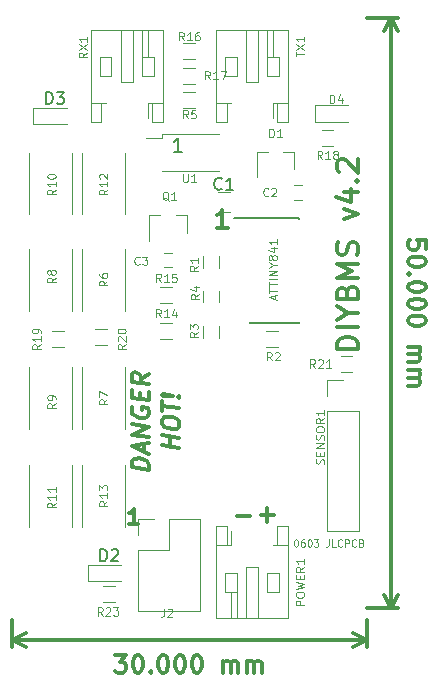
<source format=gbr>
G04 #@! TF.GenerationSoftware,KiCad,Pcbnew,5.1.5-52549c5~84~ubuntu18.04.1*
G04 #@! TF.CreationDate,2020-01-13T19:03:02+01:00*
G04 #@! TF.ProjectId,v4,76342e6b-6963-4616-945f-706362585858,rev?*
G04 #@! TF.SameCoordinates,Original*
G04 #@! TF.FileFunction,Legend,Top*
G04 #@! TF.FilePolarity,Positive*
%FSLAX46Y46*%
G04 Gerber Fmt 4.6, Leading zero omitted, Abs format (unit mm)*
G04 Created by KiCad (PCBNEW 5.1.5-52549c5~84~ubuntu18.04.1) date 2020-01-13 19:03:02*
%MOMM*%
%LPD*%
G04 APERTURE LIST*
%ADD10C,0.300000*%
%ADD11C,0.100000*%
%ADD12C,0.200000*%
%ADD13C,0.380000*%
%ADD14C,0.120000*%
%ADD15C,0.150000*%
G04 APERTURE END LIST*
D10*
X122946171Y-89094742D02*
X124089028Y-89094742D01*
X123517600Y-89666171D02*
X123517600Y-88523314D01*
D11*
X125924028Y-91159028D02*
X125981171Y-91159028D01*
X126038314Y-91187600D01*
X126066885Y-91216171D01*
X126095457Y-91273314D01*
X126124028Y-91387600D01*
X126124028Y-91530457D01*
X126095457Y-91644742D01*
X126066885Y-91701885D01*
X126038314Y-91730457D01*
X125981171Y-91759028D01*
X125924028Y-91759028D01*
X125866885Y-91730457D01*
X125838314Y-91701885D01*
X125809742Y-91644742D01*
X125781171Y-91530457D01*
X125781171Y-91387600D01*
X125809742Y-91273314D01*
X125838314Y-91216171D01*
X125866885Y-91187600D01*
X125924028Y-91159028D01*
X126638314Y-91159028D02*
X126524028Y-91159028D01*
X126466885Y-91187600D01*
X126438314Y-91216171D01*
X126381171Y-91301885D01*
X126352600Y-91416171D01*
X126352600Y-91644742D01*
X126381171Y-91701885D01*
X126409742Y-91730457D01*
X126466885Y-91759028D01*
X126581171Y-91759028D01*
X126638314Y-91730457D01*
X126666885Y-91701885D01*
X126695457Y-91644742D01*
X126695457Y-91501885D01*
X126666885Y-91444742D01*
X126638314Y-91416171D01*
X126581171Y-91387600D01*
X126466885Y-91387600D01*
X126409742Y-91416171D01*
X126381171Y-91444742D01*
X126352600Y-91501885D01*
X127066885Y-91159028D02*
X127124028Y-91159028D01*
X127181171Y-91187600D01*
X127209742Y-91216171D01*
X127238314Y-91273314D01*
X127266885Y-91387600D01*
X127266885Y-91530457D01*
X127238314Y-91644742D01*
X127209742Y-91701885D01*
X127181171Y-91730457D01*
X127124028Y-91759028D01*
X127066885Y-91759028D01*
X127009742Y-91730457D01*
X126981171Y-91701885D01*
X126952600Y-91644742D01*
X126924028Y-91530457D01*
X126924028Y-91387600D01*
X126952600Y-91273314D01*
X126981171Y-91216171D01*
X127009742Y-91187600D01*
X127066885Y-91159028D01*
X127466885Y-91159028D02*
X127838314Y-91159028D01*
X127638314Y-91387600D01*
X127724028Y-91387600D01*
X127781171Y-91416171D01*
X127809742Y-91444742D01*
X127838314Y-91501885D01*
X127838314Y-91644742D01*
X127809742Y-91701885D01*
X127781171Y-91730457D01*
X127724028Y-91759028D01*
X127552600Y-91759028D01*
X127495457Y-91730457D01*
X127466885Y-91701885D01*
X128724028Y-91159028D02*
X128724028Y-91587600D01*
X128695457Y-91673314D01*
X128638314Y-91730457D01*
X128552600Y-91759028D01*
X128495457Y-91759028D01*
X129295457Y-91759028D02*
X129009742Y-91759028D01*
X129009742Y-91159028D01*
X129838314Y-91701885D02*
X129809742Y-91730457D01*
X129724028Y-91759028D01*
X129666885Y-91759028D01*
X129581171Y-91730457D01*
X129524028Y-91673314D01*
X129495457Y-91616171D01*
X129466885Y-91501885D01*
X129466885Y-91416171D01*
X129495457Y-91301885D01*
X129524028Y-91244742D01*
X129581171Y-91187600D01*
X129666885Y-91159028D01*
X129724028Y-91159028D01*
X129809742Y-91187600D01*
X129838314Y-91216171D01*
X130095457Y-91759028D02*
X130095457Y-91159028D01*
X130324028Y-91159028D01*
X130381171Y-91187600D01*
X130409742Y-91216171D01*
X130438314Y-91273314D01*
X130438314Y-91359028D01*
X130409742Y-91416171D01*
X130381171Y-91444742D01*
X130324028Y-91473314D01*
X130095457Y-91473314D01*
X131038314Y-91701885D02*
X131009742Y-91730457D01*
X130924028Y-91759028D01*
X130866885Y-91759028D01*
X130781171Y-91730457D01*
X130724028Y-91673314D01*
X130695457Y-91616171D01*
X130666885Y-91501885D01*
X130666885Y-91416171D01*
X130695457Y-91301885D01*
X130724028Y-91244742D01*
X130781171Y-91187600D01*
X130866885Y-91159028D01*
X130924028Y-91159028D01*
X131009742Y-91187600D01*
X131038314Y-91216171D01*
X131495457Y-91444742D02*
X131581171Y-91473314D01*
X131609742Y-91501885D01*
X131638314Y-91559028D01*
X131638314Y-91644742D01*
X131609742Y-91701885D01*
X131581171Y-91730457D01*
X131524028Y-91759028D01*
X131295457Y-91759028D01*
X131295457Y-91159028D01*
X131495457Y-91159028D01*
X131552600Y-91187600D01*
X131581171Y-91216171D01*
X131609742Y-91273314D01*
X131609742Y-91330457D01*
X131581171Y-91387600D01*
X131552600Y-91416171D01*
X131495457Y-91444742D01*
X131295457Y-91444742D01*
D12*
X116260457Y-58330457D02*
X115574742Y-58330457D01*
X115917600Y-58330457D02*
X115917600Y-57130457D01*
X115803314Y-57301885D01*
X115689028Y-57416171D01*
X115574742Y-57473314D01*
D10*
X113521171Y-85243671D02*
X112021171Y-85056171D01*
X112021171Y-84699028D01*
X112092600Y-84493671D01*
X112235457Y-84368671D01*
X112378314Y-84315100D01*
X112664028Y-84279385D01*
X112878314Y-84306171D01*
X113164028Y-84413314D01*
X113306885Y-84502600D01*
X113449742Y-84663314D01*
X113521171Y-84886528D01*
X113521171Y-85243671D01*
X113092600Y-83761528D02*
X113092600Y-83047242D01*
X113521171Y-83957957D02*
X112021171Y-83270457D01*
X113521171Y-82957957D01*
X113521171Y-82457957D02*
X112021171Y-82270457D01*
X113521171Y-81600814D01*
X112021171Y-81413314D01*
X112092600Y-79922242D02*
X112021171Y-80056171D01*
X112021171Y-80270457D01*
X112092600Y-80493671D01*
X112235457Y-80654385D01*
X112378314Y-80743671D01*
X112664028Y-80850814D01*
X112878314Y-80877600D01*
X113164028Y-80841885D01*
X113306885Y-80788314D01*
X113449742Y-80663314D01*
X113521171Y-80457957D01*
X113521171Y-80315100D01*
X113449742Y-80091885D01*
X113378314Y-80011528D01*
X112878314Y-79949028D01*
X112878314Y-80234742D01*
X112735457Y-79288314D02*
X112735457Y-78788314D01*
X113521171Y-78672242D02*
X113521171Y-79386528D01*
X112021171Y-79199028D01*
X112021171Y-78484742D01*
X113521171Y-77172242D02*
X112806885Y-77582957D01*
X113521171Y-78029385D02*
X112021171Y-77841885D01*
X112021171Y-77270457D01*
X112092600Y-77136528D01*
X112164028Y-77074028D01*
X112306885Y-77020457D01*
X112521171Y-77047242D01*
X112664028Y-77136528D01*
X112735457Y-77216885D01*
X112806885Y-77368671D01*
X112806885Y-77940100D01*
X116071171Y-83386528D02*
X114571171Y-83199028D01*
X115285457Y-83288314D02*
X115285457Y-82431171D01*
X116071171Y-82529385D02*
X114571171Y-82341885D01*
X114571171Y-81341885D02*
X114571171Y-81056171D01*
X114642600Y-80922242D01*
X114785457Y-80797242D01*
X115071171Y-80761528D01*
X115571171Y-80824028D01*
X115856885Y-80931171D01*
X115999742Y-81091885D01*
X116071171Y-81243671D01*
X116071171Y-81529385D01*
X115999742Y-81663314D01*
X115856885Y-81788314D01*
X115571171Y-81824028D01*
X115071171Y-81761528D01*
X114785457Y-81654385D01*
X114642600Y-81493671D01*
X114571171Y-81341885D01*
X114571171Y-80270457D02*
X114571171Y-79413314D01*
X116071171Y-80029385D02*
X114571171Y-79841885D01*
X115928314Y-79082957D02*
X115999742Y-79020457D01*
X116071171Y-79100814D01*
X115999742Y-79163314D01*
X115928314Y-79082957D01*
X116071171Y-79100814D01*
X115499742Y-79029385D02*
X114642600Y-78993671D01*
X114571171Y-78913314D01*
X114642600Y-78850814D01*
X115499742Y-79029385D01*
X114571171Y-78913314D01*
X112589028Y-89875695D02*
X111846171Y-89875695D01*
X112217600Y-89875695D02*
X112217600Y-88575695D01*
X112093790Y-88761409D01*
X111969980Y-88885219D01*
X111846171Y-88947123D01*
D13*
X131231885Y-75006028D02*
X129431885Y-75006028D01*
X129431885Y-74577457D01*
X129517600Y-74320314D01*
X129689028Y-74148885D01*
X129860457Y-74063171D01*
X130203314Y-73977457D01*
X130460457Y-73977457D01*
X130803314Y-74063171D01*
X130974742Y-74148885D01*
X131146171Y-74320314D01*
X131231885Y-74577457D01*
X131231885Y-75006028D01*
X131231885Y-73206028D02*
X129431885Y-73206028D01*
X130374742Y-72006028D02*
X131231885Y-72006028D01*
X129431885Y-72606028D02*
X130374742Y-72006028D01*
X129431885Y-71406028D01*
X130289028Y-70206028D02*
X130374742Y-69948885D01*
X130460457Y-69863171D01*
X130631885Y-69777457D01*
X130889028Y-69777457D01*
X131060457Y-69863171D01*
X131146171Y-69948885D01*
X131231885Y-70120314D01*
X131231885Y-70806028D01*
X129431885Y-70806028D01*
X129431885Y-70206028D01*
X129517600Y-70034600D01*
X129603314Y-69948885D01*
X129774742Y-69863171D01*
X129946171Y-69863171D01*
X130117600Y-69948885D01*
X130203314Y-70034600D01*
X130289028Y-70206028D01*
X130289028Y-70806028D01*
X131231885Y-69006028D02*
X129431885Y-69006028D01*
X130717600Y-68406028D01*
X129431885Y-67806028D01*
X131231885Y-67806028D01*
X131146171Y-67034600D02*
X131231885Y-66777457D01*
X131231885Y-66348885D01*
X131146171Y-66177457D01*
X131060457Y-66091742D01*
X130889028Y-66006028D01*
X130717600Y-66006028D01*
X130546171Y-66091742D01*
X130460457Y-66177457D01*
X130374742Y-66348885D01*
X130289028Y-66691742D01*
X130203314Y-66863171D01*
X130117600Y-66948885D01*
X129946171Y-67034600D01*
X129774742Y-67034600D01*
X129603314Y-66948885D01*
X129517600Y-66863171D01*
X129431885Y-66691742D01*
X129431885Y-66263171D01*
X129517600Y-66006028D01*
X130031885Y-64034600D02*
X131231885Y-63606028D01*
X130031885Y-63177457D01*
X130031885Y-61720314D02*
X131231885Y-61720314D01*
X129346171Y-62148885D02*
X130631885Y-62577457D01*
X130631885Y-61463171D01*
X131060457Y-60777457D02*
X131146171Y-60691742D01*
X131231885Y-60777457D01*
X131146171Y-60863171D01*
X131060457Y-60777457D01*
X131231885Y-60777457D01*
X129603314Y-60006028D02*
X129517600Y-59920314D01*
X129431885Y-59748885D01*
X129431885Y-59320314D01*
X129517600Y-59148885D01*
X129603314Y-59063171D01*
X129774742Y-58977457D01*
X129946171Y-58977457D01*
X130203314Y-59063171D01*
X131231885Y-60091742D01*
X131231885Y-58977457D01*
D10*
X120146171Y-64766171D02*
X119289028Y-64766171D01*
X119717600Y-64766171D02*
X119717600Y-63266171D01*
X119574742Y-63480457D01*
X119431885Y-63623314D01*
X119289028Y-63694742D01*
X122089028Y-89180457D02*
X120946171Y-89180457D01*
X110631885Y-100942571D02*
X111560457Y-100942571D01*
X111060457Y-101514000D01*
X111274742Y-101514000D01*
X111417600Y-101585428D01*
X111489028Y-101656857D01*
X111560457Y-101799714D01*
X111560457Y-102156857D01*
X111489028Y-102299714D01*
X111417600Y-102371142D01*
X111274742Y-102442571D01*
X110846171Y-102442571D01*
X110703314Y-102371142D01*
X110631885Y-102299714D01*
X112489028Y-100942571D02*
X112631885Y-100942571D01*
X112774742Y-101014000D01*
X112846171Y-101085428D01*
X112917600Y-101228285D01*
X112989028Y-101514000D01*
X112989028Y-101871142D01*
X112917600Y-102156857D01*
X112846171Y-102299714D01*
X112774742Y-102371142D01*
X112631885Y-102442571D01*
X112489028Y-102442571D01*
X112346171Y-102371142D01*
X112274742Y-102299714D01*
X112203314Y-102156857D01*
X112131885Y-101871142D01*
X112131885Y-101514000D01*
X112203314Y-101228285D01*
X112274742Y-101085428D01*
X112346171Y-101014000D01*
X112489028Y-100942571D01*
X113631885Y-102299714D02*
X113703314Y-102371142D01*
X113631885Y-102442571D01*
X113560457Y-102371142D01*
X113631885Y-102299714D01*
X113631885Y-102442571D01*
X114631885Y-100942571D02*
X114774742Y-100942571D01*
X114917600Y-101014000D01*
X114989028Y-101085428D01*
X115060457Y-101228285D01*
X115131885Y-101514000D01*
X115131885Y-101871142D01*
X115060457Y-102156857D01*
X114989028Y-102299714D01*
X114917600Y-102371142D01*
X114774742Y-102442571D01*
X114631885Y-102442571D01*
X114489028Y-102371142D01*
X114417600Y-102299714D01*
X114346171Y-102156857D01*
X114274742Y-101871142D01*
X114274742Y-101514000D01*
X114346171Y-101228285D01*
X114417600Y-101085428D01*
X114489028Y-101014000D01*
X114631885Y-100942571D01*
X116060457Y-100942571D02*
X116203314Y-100942571D01*
X116346171Y-101014000D01*
X116417600Y-101085428D01*
X116489028Y-101228285D01*
X116560457Y-101514000D01*
X116560457Y-101871142D01*
X116489028Y-102156857D01*
X116417600Y-102299714D01*
X116346171Y-102371142D01*
X116203314Y-102442571D01*
X116060457Y-102442571D01*
X115917600Y-102371142D01*
X115846171Y-102299714D01*
X115774742Y-102156857D01*
X115703314Y-101871142D01*
X115703314Y-101514000D01*
X115774742Y-101228285D01*
X115846171Y-101085428D01*
X115917600Y-101014000D01*
X116060457Y-100942571D01*
X117489028Y-100942571D02*
X117631885Y-100942571D01*
X117774742Y-101014000D01*
X117846171Y-101085428D01*
X117917600Y-101228285D01*
X117989028Y-101514000D01*
X117989028Y-101871142D01*
X117917600Y-102156857D01*
X117846171Y-102299714D01*
X117774742Y-102371142D01*
X117631885Y-102442571D01*
X117489028Y-102442571D01*
X117346171Y-102371142D01*
X117274742Y-102299714D01*
X117203314Y-102156857D01*
X117131885Y-101871142D01*
X117131885Y-101514000D01*
X117203314Y-101228285D01*
X117274742Y-101085428D01*
X117346171Y-101014000D01*
X117489028Y-100942571D01*
X119774742Y-102442571D02*
X119774742Y-101442571D01*
X119774742Y-101585428D02*
X119846171Y-101514000D01*
X119989028Y-101442571D01*
X120203314Y-101442571D01*
X120346171Y-101514000D01*
X120417600Y-101656857D01*
X120417600Y-102442571D01*
X120417600Y-101656857D02*
X120489028Y-101514000D01*
X120631885Y-101442571D01*
X120846171Y-101442571D01*
X120989028Y-101514000D01*
X121060457Y-101656857D01*
X121060457Y-102442571D01*
X121774742Y-102442571D02*
X121774742Y-101442571D01*
X121774742Y-101585428D02*
X121846171Y-101514000D01*
X121989028Y-101442571D01*
X122203314Y-101442571D01*
X122346171Y-101514000D01*
X122417600Y-101656857D01*
X122417600Y-102442571D01*
X122417600Y-101656857D02*
X122489028Y-101514000D01*
X122631885Y-101442571D01*
X122846171Y-101442571D01*
X122989028Y-101514000D01*
X123060457Y-101656857D01*
X123060457Y-102442571D01*
X101917600Y-99664000D02*
X131917600Y-99664000D01*
X101917600Y-97987600D02*
X101917600Y-100250421D01*
X131917600Y-97987600D02*
X131917600Y-100250421D01*
X131917600Y-99664000D02*
X130791096Y-100250421D01*
X131917600Y-99664000D02*
X130791096Y-99077579D01*
X101917600Y-99664000D02*
X103044104Y-100250421D01*
X101917600Y-99664000D02*
X103044104Y-99077579D01*
X136939028Y-66559028D02*
X136939028Y-65844742D01*
X136224742Y-65773314D01*
X136296171Y-65844742D01*
X136367600Y-65987600D01*
X136367600Y-66344742D01*
X136296171Y-66487600D01*
X136224742Y-66559028D01*
X136081885Y-66630457D01*
X135724742Y-66630457D01*
X135581885Y-66559028D01*
X135510457Y-66487600D01*
X135439028Y-66344742D01*
X135439028Y-65987600D01*
X135510457Y-65844742D01*
X135581885Y-65773314D01*
X136939028Y-67559028D02*
X136939028Y-67701885D01*
X136867600Y-67844742D01*
X136796171Y-67916171D01*
X136653314Y-67987600D01*
X136367600Y-68059028D01*
X136010457Y-68059028D01*
X135724742Y-67987600D01*
X135581885Y-67916171D01*
X135510457Y-67844742D01*
X135439028Y-67701885D01*
X135439028Y-67559028D01*
X135510457Y-67416171D01*
X135581885Y-67344742D01*
X135724742Y-67273314D01*
X136010457Y-67201885D01*
X136367600Y-67201885D01*
X136653314Y-67273314D01*
X136796171Y-67344742D01*
X136867600Y-67416171D01*
X136939028Y-67559028D01*
X135581885Y-68701885D02*
X135510457Y-68773314D01*
X135439028Y-68701885D01*
X135510457Y-68630457D01*
X135581885Y-68701885D01*
X135439028Y-68701885D01*
X136939028Y-69701885D02*
X136939028Y-69844742D01*
X136867600Y-69987600D01*
X136796171Y-70059028D01*
X136653314Y-70130457D01*
X136367600Y-70201885D01*
X136010457Y-70201885D01*
X135724742Y-70130457D01*
X135581885Y-70059028D01*
X135510457Y-69987600D01*
X135439028Y-69844742D01*
X135439028Y-69701885D01*
X135510457Y-69559028D01*
X135581885Y-69487600D01*
X135724742Y-69416171D01*
X136010457Y-69344742D01*
X136367600Y-69344742D01*
X136653314Y-69416171D01*
X136796171Y-69487600D01*
X136867600Y-69559028D01*
X136939028Y-69701885D01*
X136939028Y-71130457D02*
X136939028Y-71273314D01*
X136867600Y-71416171D01*
X136796171Y-71487600D01*
X136653314Y-71559028D01*
X136367600Y-71630457D01*
X136010457Y-71630457D01*
X135724742Y-71559028D01*
X135581885Y-71487600D01*
X135510457Y-71416171D01*
X135439028Y-71273314D01*
X135439028Y-71130457D01*
X135510457Y-70987600D01*
X135581885Y-70916171D01*
X135724742Y-70844742D01*
X136010457Y-70773314D01*
X136367600Y-70773314D01*
X136653314Y-70844742D01*
X136796171Y-70916171D01*
X136867600Y-70987600D01*
X136939028Y-71130457D01*
X136939028Y-72559028D02*
X136939028Y-72701885D01*
X136867600Y-72844742D01*
X136796171Y-72916171D01*
X136653314Y-72987600D01*
X136367600Y-73059028D01*
X136010457Y-73059028D01*
X135724742Y-72987600D01*
X135581885Y-72916171D01*
X135510457Y-72844742D01*
X135439028Y-72701885D01*
X135439028Y-72559028D01*
X135510457Y-72416171D01*
X135581885Y-72344742D01*
X135724742Y-72273314D01*
X136010457Y-72201885D01*
X136367600Y-72201885D01*
X136653314Y-72273314D01*
X136796171Y-72344742D01*
X136867600Y-72416171D01*
X136939028Y-72559028D01*
X135439028Y-74844742D02*
X136439028Y-74844742D01*
X136296171Y-74844742D02*
X136367600Y-74916171D01*
X136439028Y-75059028D01*
X136439028Y-75273314D01*
X136367600Y-75416171D01*
X136224742Y-75487600D01*
X135439028Y-75487600D01*
X136224742Y-75487600D02*
X136367600Y-75559028D01*
X136439028Y-75701885D01*
X136439028Y-75916171D01*
X136367600Y-76059028D01*
X136224742Y-76130457D01*
X135439028Y-76130457D01*
X135439028Y-76844742D02*
X136439028Y-76844742D01*
X136296171Y-76844742D02*
X136367600Y-76916171D01*
X136439028Y-77059028D01*
X136439028Y-77273314D01*
X136367600Y-77416171D01*
X136224742Y-77487600D01*
X135439028Y-77487600D01*
X136224742Y-77487600D02*
X136367600Y-77559028D01*
X136439028Y-77701885D01*
X136439028Y-77916171D01*
X136367600Y-78059028D01*
X136224742Y-78130457D01*
X135439028Y-78130457D01*
X134017600Y-46987600D02*
X134017600Y-96987600D01*
X131917600Y-46987600D02*
X134604021Y-46987600D01*
X131917600Y-96987600D02*
X134604021Y-96987600D01*
X134017600Y-96987600D02*
X133431179Y-95861096D01*
X134017600Y-96987600D02*
X134604021Y-95861096D01*
X134017600Y-46987600D02*
X133431179Y-48114104D01*
X134017600Y-46987600D02*
X134604021Y-48114104D01*
D14*
X108317600Y-93287600D02*
X108317600Y-94687600D01*
X108317600Y-94687600D02*
X111117600Y-94687600D01*
X108317600Y-93287600D02*
X111117600Y-93287600D01*
X120317600Y-61737600D02*
X119317600Y-61737600D01*
X119317600Y-63437600D02*
X120317600Y-63437600D01*
X103717600Y-54587600D02*
X103717600Y-55987600D01*
X103717600Y-55987600D02*
X106517600Y-55987600D01*
X103717600Y-54587600D02*
X106517600Y-54587600D01*
X114617600Y-56797600D02*
X114617600Y-57197600D01*
X114617600Y-57197600D02*
X113217600Y-57197600D01*
X114617600Y-56797600D02*
X119417600Y-56797600D01*
X114617600Y-59997600D02*
X119417600Y-59997600D01*
X127517600Y-54387600D02*
X127517600Y-55787600D01*
X127517600Y-55787600D02*
X130317600Y-55787600D01*
X127517600Y-54387600D02*
X130317600Y-54387600D01*
X122717600Y-48037600D02*
X122717600Y-52387600D01*
X122717600Y-52387600D02*
X121717600Y-52387600D01*
X121717600Y-52387600D02*
X121717600Y-48037600D01*
X124017600Y-54237600D02*
X124367600Y-54237600D01*
X124367600Y-54237600D02*
X124367600Y-55837600D01*
X124367600Y-55837600D02*
X125267600Y-55837600D01*
X125267600Y-55837600D02*
X125267600Y-48037600D01*
X125267600Y-48037600D02*
X119167600Y-48037600D01*
X119167600Y-48037600D02*
X119167600Y-55837600D01*
X119167600Y-55837600D02*
X120067600Y-55837600D01*
X120067600Y-55837600D02*
X120067600Y-54237600D01*
X120067600Y-54237600D02*
X120417600Y-54237600D01*
X125267600Y-54237600D02*
X124367600Y-54237600D01*
X119167600Y-54237600D02*
X120067600Y-54237600D01*
X124517600Y-51887600D02*
X124517600Y-50287600D01*
X124517600Y-50287600D02*
X123517600Y-50287600D01*
X123517600Y-50287600D02*
X123517600Y-51887600D01*
X123517600Y-51887600D02*
X124517600Y-51887600D01*
X119917600Y-51887600D02*
X119917600Y-50287600D01*
X119917600Y-50287600D02*
X120917600Y-50287600D01*
X120917600Y-50287600D02*
X120917600Y-51887600D01*
X120917600Y-51887600D02*
X119917600Y-51887600D01*
X123517600Y-50287600D02*
X123517600Y-48037600D01*
X124017600Y-50287600D02*
X124017600Y-48037600D01*
X124017600Y-54237600D02*
X124017600Y-55437600D01*
X109617600Y-95107600D02*
X110617600Y-95107600D01*
X110617600Y-96467600D02*
X109617600Y-96467600D01*
X129717600Y-75607600D02*
X130717600Y-75607600D01*
X130717600Y-76967600D02*
X129717600Y-76967600D01*
X109917600Y-74667600D02*
X108917600Y-74667600D01*
X108917600Y-73307600D02*
X109917600Y-73307600D01*
X106317600Y-74867600D02*
X105317600Y-74867600D01*
X105317600Y-73507600D02*
X106317600Y-73507600D01*
X128117600Y-56507600D02*
X129117600Y-56507600D01*
X129117600Y-57867600D02*
X128117600Y-57867600D01*
X117417600Y-52567600D02*
X116417600Y-52567600D01*
X116417600Y-51207600D02*
X117417600Y-51207600D01*
X117417600Y-50467600D02*
X116417600Y-50467600D01*
X116417600Y-49107600D02*
X117417600Y-49107600D01*
X115467600Y-71167600D02*
X114467600Y-71167600D01*
X114467600Y-69807600D02*
X115467600Y-69807600D01*
X115467600Y-74167600D02*
X114467600Y-74167600D01*
X114467600Y-72807600D02*
X115467600Y-72807600D01*
X117417600Y-54667600D02*
X116417600Y-54667600D01*
X116417600Y-53307600D02*
X117417600Y-53307600D01*
X118037600Y-71087600D02*
X118037600Y-70087600D01*
X119397600Y-70087600D02*
X119397600Y-71087600D01*
X119397600Y-73087600D02*
X119397600Y-74087600D01*
X118037600Y-74087600D02*
X118037600Y-73087600D01*
X124417600Y-74867600D02*
X123417600Y-74867600D01*
X123417600Y-73507600D02*
X124417600Y-73507600D01*
X118037600Y-68187600D02*
X118037600Y-67187600D01*
X119397600Y-67187600D02*
X119397600Y-68187600D01*
X115467600Y-68087600D02*
X114767600Y-68087600D01*
X114767600Y-66887600D02*
X115467600Y-66887600D01*
X126467600Y-62387600D02*
X125767600Y-62387600D01*
X125767600Y-61187600D02*
X126467600Y-61187600D01*
X128587600Y-90477600D02*
X131247600Y-90477600D01*
X128587600Y-80257600D02*
X128587600Y-90477600D01*
X131247600Y-80257600D02*
X131247600Y-90477600D01*
X128587600Y-80257600D02*
X131247600Y-80257600D01*
X128587600Y-78987600D02*
X128587600Y-77657600D01*
X128587600Y-77657600D02*
X129917600Y-77657600D01*
X112587600Y-97197600D02*
X117787600Y-97197600D01*
X112587600Y-92057600D02*
X112587600Y-97197600D01*
X117787600Y-89457600D02*
X117787600Y-97197600D01*
X112587600Y-92057600D02*
X115187600Y-92057600D01*
X115187600Y-92057600D02*
X115187600Y-89457600D01*
X115187600Y-89457600D02*
X117787600Y-89457600D01*
X112587600Y-90787600D02*
X112587600Y-89457600D01*
X112587600Y-89457600D02*
X113917600Y-89457600D01*
X121717600Y-97837600D02*
X121717600Y-93487600D01*
X121717600Y-93487600D02*
X122717600Y-93487600D01*
X122717600Y-93487600D02*
X122717600Y-97837600D01*
X120417600Y-91637600D02*
X120067600Y-91637600D01*
X120067600Y-91637600D02*
X120067600Y-90037600D01*
X120067600Y-90037600D02*
X119167600Y-90037600D01*
X119167600Y-90037600D02*
X119167600Y-97837600D01*
X119167600Y-97837600D02*
X125267600Y-97837600D01*
X125267600Y-97837600D02*
X125267600Y-90037600D01*
X125267600Y-90037600D02*
X124367600Y-90037600D01*
X124367600Y-90037600D02*
X124367600Y-91637600D01*
X124367600Y-91637600D02*
X124017600Y-91637600D01*
X119167600Y-91637600D02*
X120067600Y-91637600D01*
X125267600Y-91637600D02*
X124367600Y-91637600D01*
X119917600Y-93987600D02*
X119917600Y-95587600D01*
X119917600Y-95587600D02*
X120917600Y-95587600D01*
X120917600Y-95587600D02*
X120917600Y-93987600D01*
X120917600Y-93987600D02*
X119917600Y-93987600D01*
X124517600Y-93987600D02*
X124517600Y-95587600D01*
X124517600Y-95587600D02*
X123517600Y-95587600D01*
X123517600Y-95587600D02*
X123517600Y-93987600D01*
X123517600Y-93987600D02*
X124517600Y-93987600D01*
X120917600Y-95587600D02*
X120917600Y-97837600D01*
X120417600Y-95587600D02*
X120417600Y-97837600D01*
X120417600Y-91637600D02*
X120417600Y-90437600D01*
D15*
X122042600Y-63937600D02*
X122042600Y-63962600D01*
X126192600Y-63937600D02*
X126192600Y-64052600D01*
X126192600Y-72837600D02*
X126192600Y-72722600D01*
X122042600Y-72837600D02*
X122042600Y-72722600D01*
X122042600Y-63937600D02*
X126192600Y-63937600D01*
X122042600Y-72837600D02*
X126192600Y-72837600D01*
X122042600Y-63962600D02*
X120667600Y-63962600D01*
D14*
X112117600Y-48037600D02*
X112117600Y-52387600D01*
X112117600Y-52387600D02*
X111117600Y-52387600D01*
X111117600Y-52387600D02*
X111117600Y-48037600D01*
X113417600Y-54237600D02*
X113767600Y-54237600D01*
X113767600Y-54237600D02*
X113767600Y-55837600D01*
X113767600Y-55837600D02*
X114667600Y-55837600D01*
X114667600Y-55837600D02*
X114667600Y-48037600D01*
X114667600Y-48037600D02*
X108567600Y-48037600D01*
X108567600Y-48037600D02*
X108567600Y-55837600D01*
X108567600Y-55837600D02*
X109467600Y-55837600D01*
X109467600Y-55837600D02*
X109467600Y-54237600D01*
X109467600Y-54237600D02*
X109817600Y-54237600D01*
X114667600Y-54237600D02*
X113767600Y-54237600D01*
X108567600Y-54237600D02*
X109467600Y-54237600D01*
X113917600Y-51887600D02*
X113917600Y-50287600D01*
X113917600Y-50287600D02*
X112917600Y-50287600D01*
X112917600Y-50287600D02*
X112917600Y-51887600D01*
X112917600Y-51887600D02*
X113917600Y-51887600D01*
X109317600Y-51887600D02*
X109317600Y-50287600D01*
X109317600Y-50287600D02*
X110317600Y-50287600D01*
X110317600Y-50287600D02*
X110317600Y-51887600D01*
X110317600Y-51887600D02*
X109317600Y-51887600D01*
X112917600Y-50287600D02*
X112917600Y-48037600D01*
X113417600Y-50287600D02*
X113417600Y-48037600D01*
X113417600Y-54237600D02*
X113417600Y-55437600D01*
X125797600Y-58327600D02*
X124867600Y-58327600D01*
X122637600Y-58327600D02*
X123567600Y-58327600D01*
X122637600Y-58327600D02*
X122637600Y-60487600D01*
X125797600Y-58327600D02*
X125797600Y-59787600D01*
X116697600Y-63727600D02*
X115767600Y-63727600D01*
X113537600Y-63727600D02*
X114467600Y-63727600D01*
X113537600Y-63727600D02*
X113537600Y-65887600D01*
X116697600Y-63727600D02*
X116697600Y-65187600D01*
X111437600Y-66587600D02*
X111437600Y-71787600D01*
X107797600Y-71787600D02*
X107797600Y-66587600D01*
X107797600Y-81787600D02*
X107797600Y-76587600D01*
X111437600Y-76587600D02*
X111437600Y-81787600D01*
X106937600Y-66587600D02*
X106937600Y-71787600D01*
X103297600Y-71787600D02*
X103297600Y-66587600D01*
X103297600Y-81787600D02*
X103297600Y-76587600D01*
X106937600Y-76587600D02*
X106937600Y-81787600D01*
X106937600Y-58399200D02*
X106937600Y-63599200D01*
X103297600Y-63599200D02*
X103297600Y-58399200D01*
X103297600Y-90087600D02*
X103297600Y-84887600D01*
X106937600Y-84887600D02*
X106937600Y-90087600D01*
X107797600Y-63599200D02*
X107797600Y-58399200D01*
X111437600Y-58399200D02*
X111437600Y-63599200D01*
X111437600Y-84887600D02*
X111437600Y-90087600D01*
X107797600Y-90087600D02*
X107797600Y-84887600D01*
D15*
X109379504Y-92989980D02*
X109379504Y-91989980D01*
X109617600Y-91989980D01*
X109760457Y-92037600D01*
X109855695Y-92132838D01*
X109903314Y-92228076D01*
X109950933Y-92418552D01*
X109950933Y-92561409D01*
X109903314Y-92751885D01*
X109855695Y-92847123D01*
X109760457Y-92942361D01*
X109617600Y-92989980D01*
X109379504Y-92989980D01*
X110331885Y-92085219D02*
X110379504Y-92037600D01*
X110474742Y-91989980D01*
X110712838Y-91989980D01*
X110808076Y-92037600D01*
X110855695Y-92085219D01*
X110903314Y-92180457D01*
X110903314Y-92275695D01*
X110855695Y-92418552D01*
X110284266Y-92989980D01*
X110903314Y-92989980D01*
X119650933Y-61444742D02*
X119603314Y-61492361D01*
X119460457Y-61539980D01*
X119365219Y-61539980D01*
X119222361Y-61492361D01*
X119127123Y-61397123D01*
X119079504Y-61301885D01*
X119031885Y-61111409D01*
X119031885Y-60968552D01*
X119079504Y-60778076D01*
X119127123Y-60682838D01*
X119222361Y-60587600D01*
X119365219Y-60539980D01*
X119460457Y-60539980D01*
X119603314Y-60587600D01*
X119650933Y-60635219D01*
X120603314Y-61539980D02*
X120031885Y-61539980D01*
X120317600Y-61539980D02*
X120317600Y-60539980D01*
X120222361Y-60682838D01*
X120127123Y-60778076D01*
X120031885Y-60825695D01*
X104779504Y-54289980D02*
X104779504Y-53289980D01*
X105017600Y-53289980D01*
X105160457Y-53337600D01*
X105255695Y-53432838D01*
X105303314Y-53528076D01*
X105350933Y-53718552D01*
X105350933Y-53861409D01*
X105303314Y-54051885D01*
X105255695Y-54147123D01*
X105160457Y-54242361D01*
X105017600Y-54289980D01*
X104779504Y-54289980D01*
X105684266Y-53289980D02*
X106303314Y-53289980D01*
X105969980Y-53670933D01*
X106112838Y-53670933D01*
X106208076Y-53718552D01*
X106255695Y-53766171D01*
X106303314Y-53861409D01*
X106303314Y-54099504D01*
X106255695Y-54194742D01*
X106208076Y-54242361D01*
X106112838Y-54289980D01*
X105827123Y-54289980D01*
X105731885Y-54242361D01*
X105684266Y-54194742D01*
D11*
X116384266Y-60204266D02*
X116384266Y-60770933D01*
X116417600Y-60837600D01*
X116450933Y-60870933D01*
X116517600Y-60904266D01*
X116650933Y-60904266D01*
X116717600Y-60870933D01*
X116750933Y-60837600D01*
X116784266Y-60770933D01*
X116784266Y-60204266D01*
X117484266Y-60904266D02*
X117084266Y-60904266D01*
X117284266Y-60904266D02*
X117284266Y-60204266D01*
X117217600Y-60304266D01*
X117150933Y-60370933D01*
X117084266Y-60404266D01*
X128800933Y-54204266D02*
X128800933Y-53504266D01*
X128967600Y-53504266D01*
X129067600Y-53537600D01*
X129134266Y-53604266D01*
X129167600Y-53670933D01*
X129200933Y-53804266D01*
X129200933Y-53904266D01*
X129167600Y-54037600D01*
X129134266Y-54104266D01*
X129067600Y-54170933D01*
X128967600Y-54204266D01*
X128800933Y-54204266D01*
X129800933Y-53737600D02*
X129800933Y-54204266D01*
X129634266Y-53470933D02*
X129467600Y-53970933D01*
X129900933Y-53970933D01*
X125934266Y-50254266D02*
X125934266Y-49854266D01*
X126634266Y-50054266D02*
X125934266Y-50054266D01*
X125934266Y-49687600D02*
X126634266Y-49220933D01*
X125934266Y-49220933D02*
X126634266Y-49687600D01*
X126634266Y-48587600D02*
X126634266Y-48987600D01*
X126634266Y-48787600D02*
X125934266Y-48787600D01*
X126034266Y-48854266D01*
X126100933Y-48920933D01*
X126134266Y-48987600D01*
X109567600Y-97604266D02*
X109334266Y-97270933D01*
X109167600Y-97604266D02*
X109167600Y-96904266D01*
X109434266Y-96904266D01*
X109500933Y-96937600D01*
X109534266Y-96970933D01*
X109567600Y-97037600D01*
X109567600Y-97137600D01*
X109534266Y-97204266D01*
X109500933Y-97237600D01*
X109434266Y-97270933D01*
X109167600Y-97270933D01*
X109834266Y-96970933D02*
X109867600Y-96937600D01*
X109934266Y-96904266D01*
X110100933Y-96904266D01*
X110167600Y-96937600D01*
X110200933Y-96970933D01*
X110234266Y-97037600D01*
X110234266Y-97104266D01*
X110200933Y-97204266D01*
X109800933Y-97604266D01*
X110234266Y-97604266D01*
X110467600Y-96904266D02*
X110900933Y-96904266D01*
X110667600Y-97170933D01*
X110767600Y-97170933D01*
X110834266Y-97204266D01*
X110867600Y-97237600D01*
X110900933Y-97304266D01*
X110900933Y-97470933D01*
X110867600Y-97537600D01*
X110834266Y-97570933D01*
X110767600Y-97604266D01*
X110567600Y-97604266D01*
X110500933Y-97570933D01*
X110467600Y-97537600D01*
X127567600Y-76604266D02*
X127334266Y-76270933D01*
X127167600Y-76604266D02*
X127167600Y-75904266D01*
X127434266Y-75904266D01*
X127500933Y-75937600D01*
X127534266Y-75970933D01*
X127567600Y-76037600D01*
X127567600Y-76137600D01*
X127534266Y-76204266D01*
X127500933Y-76237600D01*
X127434266Y-76270933D01*
X127167600Y-76270933D01*
X127834266Y-75970933D02*
X127867600Y-75937600D01*
X127934266Y-75904266D01*
X128100933Y-75904266D01*
X128167600Y-75937600D01*
X128200933Y-75970933D01*
X128234266Y-76037600D01*
X128234266Y-76104266D01*
X128200933Y-76204266D01*
X127800933Y-76604266D01*
X128234266Y-76604266D01*
X128900933Y-76604266D02*
X128500933Y-76604266D01*
X128700933Y-76604266D02*
X128700933Y-75904266D01*
X128634266Y-76004266D01*
X128567600Y-76070933D01*
X128500933Y-76104266D01*
X111534266Y-74637600D02*
X111200933Y-74870933D01*
X111534266Y-75037600D02*
X110834266Y-75037600D01*
X110834266Y-74770933D01*
X110867600Y-74704266D01*
X110900933Y-74670933D01*
X110967600Y-74637600D01*
X111067600Y-74637600D01*
X111134266Y-74670933D01*
X111167600Y-74704266D01*
X111200933Y-74770933D01*
X111200933Y-75037600D01*
X110900933Y-74370933D02*
X110867600Y-74337600D01*
X110834266Y-74270933D01*
X110834266Y-74104266D01*
X110867600Y-74037600D01*
X110900933Y-74004266D01*
X110967600Y-73970933D01*
X111034266Y-73970933D01*
X111134266Y-74004266D01*
X111534266Y-74404266D01*
X111534266Y-73970933D01*
X110834266Y-73537600D02*
X110834266Y-73470933D01*
X110867600Y-73404266D01*
X110900933Y-73370933D01*
X110967600Y-73337600D01*
X111100933Y-73304266D01*
X111267600Y-73304266D01*
X111400933Y-73337600D01*
X111467600Y-73370933D01*
X111500933Y-73404266D01*
X111534266Y-73470933D01*
X111534266Y-73537600D01*
X111500933Y-73604266D01*
X111467600Y-73637600D01*
X111400933Y-73670933D01*
X111267600Y-73704266D01*
X111100933Y-73704266D01*
X110967600Y-73670933D01*
X110900933Y-73637600D01*
X110867600Y-73604266D01*
X110834266Y-73537600D01*
X104334266Y-74637600D02*
X104000933Y-74870933D01*
X104334266Y-75037600D02*
X103634266Y-75037600D01*
X103634266Y-74770933D01*
X103667600Y-74704266D01*
X103700933Y-74670933D01*
X103767600Y-74637600D01*
X103867600Y-74637600D01*
X103934266Y-74670933D01*
X103967600Y-74704266D01*
X104000933Y-74770933D01*
X104000933Y-75037600D01*
X104334266Y-73970933D02*
X104334266Y-74370933D01*
X104334266Y-74170933D02*
X103634266Y-74170933D01*
X103734266Y-74237600D01*
X103800933Y-74304266D01*
X103834266Y-74370933D01*
X104334266Y-73637600D02*
X104334266Y-73504266D01*
X104300933Y-73437600D01*
X104267600Y-73404266D01*
X104167600Y-73337600D01*
X104034266Y-73304266D01*
X103767600Y-73304266D01*
X103700933Y-73337600D01*
X103667600Y-73370933D01*
X103634266Y-73437600D01*
X103634266Y-73570933D01*
X103667600Y-73637600D01*
X103700933Y-73670933D01*
X103767600Y-73704266D01*
X103934266Y-73704266D01*
X104000933Y-73670933D01*
X104034266Y-73637600D01*
X104067600Y-73570933D01*
X104067600Y-73437600D01*
X104034266Y-73370933D01*
X104000933Y-73337600D01*
X103934266Y-73304266D01*
X128167600Y-58954266D02*
X127934266Y-58620933D01*
X127767600Y-58954266D02*
X127767600Y-58254266D01*
X128034266Y-58254266D01*
X128100933Y-58287600D01*
X128134266Y-58320933D01*
X128167600Y-58387600D01*
X128167600Y-58487600D01*
X128134266Y-58554266D01*
X128100933Y-58587600D01*
X128034266Y-58620933D01*
X127767600Y-58620933D01*
X128834266Y-58954266D02*
X128434266Y-58954266D01*
X128634266Y-58954266D02*
X128634266Y-58254266D01*
X128567600Y-58354266D01*
X128500933Y-58420933D01*
X128434266Y-58454266D01*
X129234266Y-58554266D02*
X129167600Y-58520933D01*
X129134266Y-58487600D01*
X129100933Y-58420933D01*
X129100933Y-58387600D01*
X129134266Y-58320933D01*
X129167600Y-58287600D01*
X129234266Y-58254266D01*
X129367600Y-58254266D01*
X129434266Y-58287600D01*
X129467600Y-58320933D01*
X129500933Y-58387600D01*
X129500933Y-58420933D01*
X129467600Y-58487600D01*
X129434266Y-58520933D01*
X129367600Y-58554266D01*
X129234266Y-58554266D01*
X129167600Y-58587600D01*
X129134266Y-58620933D01*
X129100933Y-58687600D01*
X129100933Y-58820933D01*
X129134266Y-58887600D01*
X129167600Y-58920933D01*
X129234266Y-58954266D01*
X129367600Y-58954266D01*
X129434266Y-58920933D01*
X129467600Y-58887600D01*
X129500933Y-58820933D01*
X129500933Y-58687600D01*
X129467600Y-58620933D01*
X129434266Y-58587600D01*
X129367600Y-58554266D01*
X118667600Y-52204266D02*
X118434266Y-51870933D01*
X118267600Y-52204266D02*
X118267600Y-51504266D01*
X118534266Y-51504266D01*
X118600933Y-51537600D01*
X118634266Y-51570933D01*
X118667600Y-51637600D01*
X118667600Y-51737600D01*
X118634266Y-51804266D01*
X118600933Y-51837600D01*
X118534266Y-51870933D01*
X118267600Y-51870933D01*
X119334266Y-52204266D02*
X118934266Y-52204266D01*
X119134266Y-52204266D02*
X119134266Y-51504266D01*
X119067600Y-51604266D01*
X119000933Y-51670933D01*
X118934266Y-51704266D01*
X119567600Y-51504266D02*
X120034266Y-51504266D01*
X119734266Y-52204266D01*
X116467600Y-48904266D02*
X116234266Y-48570933D01*
X116067600Y-48904266D02*
X116067600Y-48204266D01*
X116334266Y-48204266D01*
X116400933Y-48237600D01*
X116434266Y-48270933D01*
X116467600Y-48337600D01*
X116467600Y-48437600D01*
X116434266Y-48504266D01*
X116400933Y-48537600D01*
X116334266Y-48570933D01*
X116067600Y-48570933D01*
X117134266Y-48904266D02*
X116734266Y-48904266D01*
X116934266Y-48904266D02*
X116934266Y-48204266D01*
X116867600Y-48304266D01*
X116800933Y-48370933D01*
X116734266Y-48404266D01*
X117734266Y-48204266D02*
X117600933Y-48204266D01*
X117534266Y-48237600D01*
X117500933Y-48270933D01*
X117434266Y-48370933D01*
X117400933Y-48504266D01*
X117400933Y-48770933D01*
X117434266Y-48837600D01*
X117467600Y-48870933D01*
X117534266Y-48904266D01*
X117667600Y-48904266D01*
X117734266Y-48870933D01*
X117767600Y-48837600D01*
X117800933Y-48770933D01*
X117800933Y-48604266D01*
X117767600Y-48537600D01*
X117734266Y-48504266D01*
X117667600Y-48470933D01*
X117534266Y-48470933D01*
X117467600Y-48504266D01*
X117434266Y-48537600D01*
X117400933Y-48604266D01*
X114517600Y-69354266D02*
X114284266Y-69020933D01*
X114117600Y-69354266D02*
X114117600Y-68654266D01*
X114384266Y-68654266D01*
X114450933Y-68687600D01*
X114484266Y-68720933D01*
X114517600Y-68787600D01*
X114517600Y-68887600D01*
X114484266Y-68954266D01*
X114450933Y-68987600D01*
X114384266Y-69020933D01*
X114117600Y-69020933D01*
X115184266Y-69354266D02*
X114784266Y-69354266D01*
X114984266Y-69354266D02*
X114984266Y-68654266D01*
X114917600Y-68754266D01*
X114850933Y-68820933D01*
X114784266Y-68854266D01*
X115817600Y-68654266D02*
X115484266Y-68654266D01*
X115450933Y-68987600D01*
X115484266Y-68954266D01*
X115550933Y-68920933D01*
X115717600Y-68920933D01*
X115784266Y-68954266D01*
X115817600Y-68987600D01*
X115850933Y-69054266D01*
X115850933Y-69220933D01*
X115817600Y-69287600D01*
X115784266Y-69320933D01*
X115717600Y-69354266D01*
X115550933Y-69354266D01*
X115484266Y-69320933D01*
X115450933Y-69287600D01*
X114517600Y-72354266D02*
X114284266Y-72020933D01*
X114117600Y-72354266D02*
X114117600Y-71654266D01*
X114384266Y-71654266D01*
X114450933Y-71687600D01*
X114484266Y-71720933D01*
X114517600Y-71787600D01*
X114517600Y-71887600D01*
X114484266Y-71954266D01*
X114450933Y-71987600D01*
X114384266Y-72020933D01*
X114117600Y-72020933D01*
X115184266Y-72354266D02*
X114784266Y-72354266D01*
X114984266Y-72354266D02*
X114984266Y-71654266D01*
X114917600Y-71754266D01*
X114850933Y-71820933D01*
X114784266Y-71854266D01*
X115784266Y-71887600D02*
X115784266Y-72354266D01*
X115617600Y-71620933D02*
X115450933Y-72120933D01*
X115884266Y-72120933D01*
X116800933Y-55504266D02*
X116567600Y-55170933D01*
X116400933Y-55504266D02*
X116400933Y-54804266D01*
X116667600Y-54804266D01*
X116734266Y-54837600D01*
X116767600Y-54870933D01*
X116800933Y-54937600D01*
X116800933Y-55037600D01*
X116767600Y-55104266D01*
X116734266Y-55137600D01*
X116667600Y-55170933D01*
X116400933Y-55170933D01*
X117434266Y-54804266D02*
X117100933Y-54804266D01*
X117067600Y-55137600D01*
X117100933Y-55104266D01*
X117167600Y-55070933D01*
X117334266Y-55070933D01*
X117400933Y-55104266D01*
X117434266Y-55137600D01*
X117467600Y-55204266D01*
X117467600Y-55370933D01*
X117434266Y-55437600D01*
X117400933Y-55470933D01*
X117334266Y-55504266D01*
X117167600Y-55504266D01*
X117100933Y-55470933D01*
X117067600Y-55437600D01*
X117734266Y-70404266D02*
X117400933Y-70637600D01*
X117734266Y-70804266D02*
X117034266Y-70804266D01*
X117034266Y-70537600D01*
X117067600Y-70470933D01*
X117100933Y-70437600D01*
X117167600Y-70404266D01*
X117267600Y-70404266D01*
X117334266Y-70437600D01*
X117367600Y-70470933D01*
X117400933Y-70537600D01*
X117400933Y-70804266D01*
X117267600Y-69804266D02*
X117734266Y-69804266D01*
X117000933Y-69970933D02*
X117500933Y-70137600D01*
X117500933Y-69704266D01*
X117634266Y-73604266D02*
X117300933Y-73837600D01*
X117634266Y-74004266D02*
X116934266Y-74004266D01*
X116934266Y-73737600D01*
X116967600Y-73670933D01*
X117000933Y-73637600D01*
X117067600Y-73604266D01*
X117167600Y-73604266D01*
X117234266Y-73637600D01*
X117267600Y-73670933D01*
X117300933Y-73737600D01*
X117300933Y-74004266D01*
X116934266Y-73370933D02*
X116934266Y-72937600D01*
X117200933Y-73170933D01*
X117200933Y-73070933D01*
X117234266Y-73004266D01*
X117267600Y-72970933D01*
X117334266Y-72937600D01*
X117500933Y-72937600D01*
X117567600Y-72970933D01*
X117600933Y-73004266D01*
X117634266Y-73070933D01*
X117634266Y-73270933D01*
X117600933Y-73337600D01*
X117567600Y-73370933D01*
X123900933Y-76004266D02*
X123667600Y-75670933D01*
X123500933Y-76004266D02*
X123500933Y-75304266D01*
X123767600Y-75304266D01*
X123834266Y-75337600D01*
X123867600Y-75370933D01*
X123900933Y-75437600D01*
X123900933Y-75537600D01*
X123867600Y-75604266D01*
X123834266Y-75637600D01*
X123767600Y-75670933D01*
X123500933Y-75670933D01*
X124167600Y-75370933D02*
X124200933Y-75337600D01*
X124267600Y-75304266D01*
X124434266Y-75304266D01*
X124500933Y-75337600D01*
X124534266Y-75370933D01*
X124567600Y-75437600D01*
X124567600Y-75504266D01*
X124534266Y-75604266D01*
X124134266Y-76004266D01*
X124567600Y-76004266D01*
X117634266Y-68004266D02*
X117300933Y-68237600D01*
X117634266Y-68404266D02*
X116934266Y-68404266D01*
X116934266Y-68137600D01*
X116967600Y-68070933D01*
X117000933Y-68037600D01*
X117067600Y-68004266D01*
X117167600Y-68004266D01*
X117234266Y-68037600D01*
X117267600Y-68070933D01*
X117300933Y-68137600D01*
X117300933Y-68404266D01*
X117634266Y-67337600D02*
X117634266Y-67737600D01*
X117634266Y-67537600D02*
X116934266Y-67537600D01*
X117034266Y-67604266D01*
X117100933Y-67670933D01*
X117134266Y-67737600D01*
X112700933Y-67837600D02*
X112667600Y-67870933D01*
X112567600Y-67904266D01*
X112500933Y-67904266D01*
X112400933Y-67870933D01*
X112334266Y-67804266D01*
X112300933Y-67737600D01*
X112267600Y-67604266D01*
X112267600Y-67504266D01*
X112300933Y-67370933D01*
X112334266Y-67304266D01*
X112400933Y-67237600D01*
X112500933Y-67204266D01*
X112567600Y-67204266D01*
X112667600Y-67237600D01*
X112700933Y-67270933D01*
X112934266Y-67204266D02*
X113367600Y-67204266D01*
X113134266Y-67470933D01*
X113234266Y-67470933D01*
X113300933Y-67504266D01*
X113334266Y-67537600D01*
X113367600Y-67604266D01*
X113367600Y-67770933D01*
X113334266Y-67837600D01*
X113300933Y-67870933D01*
X113234266Y-67904266D01*
X113034266Y-67904266D01*
X112967600Y-67870933D01*
X112934266Y-67837600D01*
X123600933Y-62037600D02*
X123567600Y-62070933D01*
X123467600Y-62104266D01*
X123400933Y-62104266D01*
X123300933Y-62070933D01*
X123234266Y-62004266D01*
X123200933Y-61937600D01*
X123167600Y-61804266D01*
X123167600Y-61704266D01*
X123200933Y-61570933D01*
X123234266Y-61504266D01*
X123300933Y-61437600D01*
X123400933Y-61404266D01*
X123467600Y-61404266D01*
X123567600Y-61437600D01*
X123600933Y-61470933D01*
X123867600Y-61470933D02*
X123900933Y-61437600D01*
X123967600Y-61404266D01*
X124134266Y-61404266D01*
X124200933Y-61437600D01*
X124234266Y-61470933D01*
X124267600Y-61537600D01*
X124267600Y-61604266D01*
X124234266Y-61704266D01*
X123834266Y-62104266D01*
X124267600Y-62104266D01*
X128300933Y-84754266D02*
X128334266Y-84654266D01*
X128334266Y-84487600D01*
X128300933Y-84420933D01*
X128267600Y-84387600D01*
X128200933Y-84354266D01*
X128134266Y-84354266D01*
X128067600Y-84387600D01*
X128034266Y-84420933D01*
X128000933Y-84487600D01*
X127967600Y-84620933D01*
X127934266Y-84687600D01*
X127900933Y-84720933D01*
X127834266Y-84754266D01*
X127767600Y-84754266D01*
X127700933Y-84720933D01*
X127667600Y-84687600D01*
X127634266Y-84620933D01*
X127634266Y-84454266D01*
X127667600Y-84354266D01*
X127967600Y-84054266D02*
X127967600Y-83820933D01*
X128334266Y-83720933D02*
X128334266Y-84054266D01*
X127634266Y-84054266D01*
X127634266Y-83720933D01*
X128334266Y-83420933D02*
X127634266Y-83420933D01*
X128334266Y-83020933D01*
X127634266Y-83020933D01*
X128300933Y-82720933D02*
X128334266Y-82620933D01*
X128334266Y-82454266D01*
X128300933Y-82387600D01*
X128267600Y-82354266D01*
X128200933Y-82320933D01*
X128134266Y-82320933D01*
X128067600Y-82354266D01*
X128034266Y-82387600D01*
X128000933Y-82454266D01*
X127967600Y-82587600D01*
X127934266Y-82654266D01*
X127900933Y-82687600D01*
X127834266Y-82720933D01*
X127767600Y-82720933D01*
X127700933Y-82687600D01*
X127667600Y-82654266D01*
X127634266Y-82587600D01*
X127634266Y-82420933D01*
X127667600Y-82320933D01*
X127634266Y-81887600D02*
X127634266Y-81754266D01*
X127667600Y-81687600D01*
X127734266Y-81620933D01*
X127867600Y-81587600D01*
X128100933Y-81587600D01*
X128234266Y-81620933D01*
X128300933Y-81687600D01*
X128334266Y-81754266D01*
X128334266Y-81887600D01*
X128300933Y-81954266D01*
X128234266Y-82020933D01*
X128100933Y-82054266D01*
X127867600Y-82054266D01*
X127734266Y-82020933D01*
X127667600Y-81954266D01*
X127634266Y-81887600D01*
X128334266Y-80887600D02*
X128000933Y-81120933D01*
X128334266Y-81287600D02*
X127634266Y-81287600D01*
X127634266Y-81020933D01*
X127667600Y-80954266D01*
X127700933Y-80920933D01*
X127767600Y-80887600D01*
X127867600Y-80887600D01*
X127934266Y-80920933D01*
X127967600Y-80954266D01*
X128000933Y-81020933D01*
X128000933Y-81287600D01*
X128334266Y-80220933D02*
X128334266Y-80620933D01*
X128334266Y-80420933D02*
X127634266Y-80420933D01*
X127734266Y-80487600D01*
X127800933Y-80554266D01*
X127834266Y-80620933D01*
X114784266Y-97004266D02*
X114784266Y-97504266D01*
X114750933Y-97604266D01*
X114684266Y-97670933D01*
X114584266Y-97704266D01*
X114517600Y-97704266D01*
X115084266Y-97070933D02*
X115117600Y-97037600D01*
X115184266Y-97004266D01*
X115350933Y-97004266D01*
X115417600Y-97037600D01*
X115450933Y-97070933D01*
X115484266Y-97137600D01*
X115484266Y-97204266D01*
X115450933Y-97304266D01*
X115050933Y-97704266D01*
X115484266Y-97704266D01*
X126634266Y-96737600D02*
X125934266Y-96737600D01*
X125934266Y-96470933D01*
X125967600Y-96404266D01*
X126000933Y-96370933D01*
X126067600Y-96337600D01*
X126167600Y-96337600D01*
X126234266Y-96370933D01*
X126267600Y-96404266D01*
X126300933Y-96470933D01*
X126300933Y-96737600D01*
X125934266Y-95904266D02*
X125934266Y-95770933D01*
X125967600Y-95704266D01*
X126034266Y-95637600D01*
X126167600Y-95604266D01*
X126400933Y-95604266D01*
X126534266Y-95637600D01*
X126600933Y-95704266D01*
X126634266Y-95770933D01*
X126634266Y-95904266D01*
X126600933Y-95970933D01*
X126534266Y-96037600D01*
X126400933Y-96070933D01*
X126167600Y-96070933D01*
X126034266Y-96037600D01*
X125967600Y-95970933D01*
X125934266Y-95904266D01*
X125934266Y-95370933D02*
X126634266Y-95204266D01*
X126134266Y-95070933D01*
X126634266Y-94937600D01*
X125934266Y-94770933D01*
X126267600Y-94504266D02*
X126267600Y-94270933D01*
X126634266Y-94170933D02*
X126634266Y-94504266D01*
X125934266Y-94504266D01*
X125934266Y-94170933D01*
X126634266Y-93470933D02*
X126300933Y-93704266D01*
X126634266Y-93870933D02*
X125934266Y-93870933D01*
X125934266Y-93604266D01*
X125967600Y-93537600D01*
X126000933Y-93504266D01*
X126067600Y-93470933D01*
X126167600Y-93470933D01*
X126234266Y-93504266D01*
X126267600Y-93537600D01*
X126300933Y-93604266D01*
X126300933Y-93870933D01*
X126634266Y-92804266D02*
X126634266Y-93204266D01*
X126634266Y-93004266D02*
X125934266Y-93004266D01*
X126034266Y-93070933D01*
X126100933Y-93137600D01*
X126134266Y-93204266D01*
X124134266Y-70820933D02*
X124134266Y-70487600D01*
X124334266Y-70887600D02*
X123634266Y-70654266D01*
X124334266Y-70420933D01*
X123634266Y-70287600D02*
X123634266Y-69887600D01*
X124334266Y-70087600D02*
X123634266Y-70087600D01*
X123634266Y-69754266D02*
X123634266Y-69354266D01*
X124334266Y-69554266D02*
X123634266Y-69554266D01*
X124334266Y-69120933D02*
X123634266Y-69120933D01*
X124334266Y-68787600D02*
X123634266Y-68787600D01*
X124334266Y-68387600D01*
X123634266Y-68387600D01*
X124000933Y-67920933D02*
X124334266Y-67920933D01*
X123634266Y-68154266D02*
X124000933Y-67920933D01*
X123634266Y-67687600D01*
X123934266Y-67354266D02*
X123900933Y-67420933D01*
X123867600Y-67454266D01*
X123800933Y-67487600D01*
X123767600Y-67487600D01*
X123700933Y-67454266D01*
X123667600Y-67420933D01*
X123634266Y-67354266D01*
X123634266Y-67220933D01*
X123667600Y-67154266D01*
X123700933Y-67120933D01*
X123767600Y-67087600D01*
X123800933Y-67087600D01*
X123867600Y-67120933D01*
X123900933Y-67154266D01*
X123934266Y-67220933D01*
X123934266Y-67354266D01*
X123967600Y-67420933D01*
X124000933Y-67454266D01*
X124067600Y-67487600D01*
X124200933Y-67487600D01*
X124267600Y-67454266D01*
X124300933Y-67420933D01*
X124334266Y-67354266D01*
X124334266Y-67220933D01*
X124300933Y-67154266D01*
X124267600Y-67120933D01*
X124200933Y-67087600D01*
X124067600Y-67087600D01*
X124000933Y-67120933D01*
X123967600Y-67154266D01*
X123934266Y-67220933D01*
X123867600Y-66487600D02*
X124334266Y-66487600D01*
X123600933Y-66654266D02*
X124100933Y-66820933D01*
X124100933Y-66387600D01*
X124334266Y-65754266D02*
X124334266Y-66154266D01*
X124334266Y-65954266D02*
X123634266Y-65954266D01*
X123734266Y-66020933D01*
X123800933Y-66087600D01*
X123834266Y-66154266D01*
X108234266Y-49937600D02*
X107900933Y-50170933D01*
X108234266Y-50337600D02*
X107534266Y-50337600D01*
X107534266Y-50070933D01*
X107567600Y-50004266D01*
X107600933Y-49970933D01*
X107667600Y-49937600D01*
X107767600Y-49937600D01*
X107834266Y-49970933D01*
X107867600Y-50004266D01*
X107900933Y-50070933D01*
X107900933Y-50337600D01*
X107534266Y-49704266D02*
X108234266Y-49237600D01*
X107534266Y-49237600D02*
X108234266Y-49704266D01*
X108234266Y-48604266D02*
X108234266Y-49004266D01*
X108234266Y-48804266D02*
X107534266Y-48804266D01*
X107634266Y-48870933D01*
X107700933Y-48937600D01*
X107734266Y-49004266D01*
X123700933Y-57104266D02*
X123700933Y-56404266D01*
X123867600Y-56404266D01*
X123967600Y-56437600D01*
X124034266Y-56504266D01*
X124067600Y-56570933D01*
X124100933Y-56704266D01*
X124100933Y-56804266D01*
X124067600Y-56937600D01*
X124034266Y-57004266D01*
X123967600Y-57070933D01*
X123867600Y-57104266D01*
X123700933Y-57104266D01*
X124767600Y-57104266D02*
X124367600Y-57104266D01*
X124567600Y-57104266D02*
X124567600Y-56404266D01*
X124500933Y-56504266D01*
X124434266Y-56570933D01*
X124367600Y-56604266D01*
X115150933Y-62470933D02*
X115084266Y-62437600D01*
X115017600Y-62370933D01*
X114917600Y-62270933D01*
X114850933Y-62237600D01*
X114784266Y-62237600D01*
X114817600Y-62404266D02*
X114750933Y-62370933D01*
X114684266Y-62304266D01*
X114650933Y-62170933D01*
X114650933Y-61937600D01*
X114684266Y-61804266D01*
X114750933Y-61737600D01*
X114817600Y-61704266D01*
X114950933Y-61704266D01*
X115017600Y-61737600D01*
X115084266Y-61804266D01*
X115117600Y-61937600D01*
X115117600Y-62170933D01*
X115084266Y-62304266D01*
X115017600Y-62370933D01*
X114950933Y-62404266D01*
X114817600Y-62404266D01*
X115784266Y-62404266D02*
X115384266Y-62404266D01*
X115584266Y-62404266D02*
X115584266Y-61704266D01*
X115517600Y-61804266D01*
X115450933Y-61870933D01*
X115384266Y-61904266D01*
X109984266Y-69254266D02*
X109650933Y-69487600D01*
X109984266Y-69654266D02*
X109284266Y-69654266D01*
X109284266Y-69387600D01*
X109317600Y-69320933D01*
X109350933Y-69287600D01*
X109417600Y-69254266D01*
X109517600Y-69254266D01*
X109584266Y-69287600D01*
X109617600Y-69320933D01*
X109650933Y-69387600D01*
X109650933Y-69654266D01*
X109284266Y-68654266D02*
X109284266Y-68787600D01*
X109317600Y-68854266D01*
X109350933Y-68887600D01*
X109450933Y-68954266D01*
X109584266Y-68987600D01*
X109850933Y-68987600D01*
X109917600Y-68954266D01*
X109950933Y-68920933D01*
X109984266Y-68854266D01*
X109984266Y-68720933D01*
X109950933Y-68654266D01*
X109917600Y-68620933D01*
X109850933Y-68587600D01*
X109684266Y-68587600D01*
X109617600Y-68620933D01*
X109584266Y-68654266D01*
X109550933Y-68720933D01*
X109550933Y-68854266D01*
X109584266Y-68920933D01*
X109617600Y-68954266D01*
X109684266Y-68987600D01*
X109984266Y-79304266D02*
X109650933Y-79537600D01*
X109984266Y-79704266D02*
X109284266Y-79704266D01*
X109284266Y-79437600D01*
X109317600Y-79370933D01*
X109350933Y-79337600D01*
X109417600Y-79304266D01*
X109517600Y-79304266D01*
X109584266Y-79337600D01*
X109617600Y-79370933D01*
X109650933Y-79437600D01*
X109650933Y-79704266D01*
X109284266Y-79070933D02*
X109284266Y-78604266D01*
X109984266Y-78904266D01*
X105584266Y-68992666D02*
X105250933Y-69226000D01*
X105584266Y-69392666D02*
X104884266Y-69392666D01*
X104884266Y-69126000D01*
X104917600Y-69059333D01*
X104950933Y-69026000D01*
X105017600Y-68992666D01*
X105117600Y-68992666D01*
X105184266Y-69026000D01*
X105217600Y-69059333D01*
X105250933Y-69126000D01*
X105250933Y-69392666D01*
X105184266Y-68592666D02*
X105150933Y-68659333D01*
X105117600Y-68692666D01*
X105050933Y-68726000D01*
X105017600Y-68726000D01*
X104950933Y-68692666D01*
X104917600Y-68659333D01*
X104884266Y-68592666D01*
X104884266Y-68459333D01*
X104917600Y-68392666D01*
X104950933Y-68359333D01*
X105017600Y-68326000D01*
X105050933Y-68326000D01*
X105117600Y-68359333D01*
X105150933Y-68392666D01*
X105184266Y-68459333D01*
X105184266Y-68592666D01*
X105217600Y-68659333D01*
X105250933Y-68692666D01*
X105317600Y-68726000D01*
X105450933Y-68726000D01*
X105517600Y-68692666D01*
X105550933Y-68659333D01*
X105584266Y-68592666D01*
X105584266Y-68459333D01*
X105550933Y-68392666D01*
X105517600Y-68359333D01*
X105450933Y-68326000D01*
X105317600Y-68326000D01*
X105250933Y-68359333D01*
X105217600Y-68392666D01*
X105184266Y-68459333D01*
X105584266Y-79615866D02*
X105250933Y-79849200D01*
X105584266Y-80015866D02*
X104884266Y-80015866D01*
X104884266Y-79749200D01*
X104917600Y-79682533D01*
X104950933Y-79649200D01*
X105017600Y-79615866D01*
X105117600Y-79615866D01*
X105184266Y-79649200D01*
X105217600Y-79682533D01*
X105250933Y-79749200D01*
X105250933Y-80015866D01*
X105584266Y-79282533D02*
X105584266Y-79149200D01*
X105550933Y-79082533D01*
X105517600Y-79049200D01*
X105417600Y-78982533D01*
X105284266Y-78949200D01*
X105017600Y-78949200D01*
X104950933Y-78982533D01*
X104917600Y-79015866D01*
X104884266Y-79082533D01*
X104884266Y-79215866D01*
X104917600Y-79282533D01*
X104950933Y-79315866D01*
X105017600Y-79349200D01*
X105184266Y-79349200D01*
X105250933Y-79315866D01*
X105284266Y-79282533D01*
X105317600Y-79215866D01*
X105317600Y-79082533D01*
X105284266Y-79015866D01*
X105250933Y-78982533D01*
X105184266Y-78949200D01*
X105584266Y-61537600D02*
X105250933Y-61770933D01*
X105584266Y-61937600D02*
X104884266Y-61937600D01*
X104884266Y-61670933D01*
X104917600Y-61604266D01*
X104950933Y-61570933D01*
X105017600Y-61537600D01*
X105117600Y-61537600D01*
X105184266Y-61570933D01*
X105217600Y-61604266D01*
X105250933Y-61670933D01*
X105250933Y-61937600D01*
X105584266Y-60870933D02*
X105584266Y-61270933D01*
X105584266Y-61070933D02*
X104884266Y-61070933D01*
X104984266Y-61137600D01*
X105050933Y-61204266D01*
X105084266Y-61270933D01*
X104884266Y-60437600D02*
X104884266Y-60370933D01*
X104917600Y-60304266D01*
X104950933Y-60270933D01*
X105017600Y-60237600D01*
X105150933Y-60204266D01*
X105317600Y-60204266D01*
X105450933Y-60237600D01*
X105517600Y-60270933D01*
X105550933Y-60304266D01*
X105584266Y-60370933D01*
X105584266Y-60437600D01*
X105550933Y-60504266D01*
X105517600Y-60537600D01*
X105450933Y-60570933D01*
X105317600Y-60604266D01*
X105150933Y-60604266D01*
X105017600Y-60570933D01*
X104950933Y-60537600D01*
X104917600Y-60504266D01*
X104884266Y-60437600D01*
X105584266Y-88049200D02*
X105250933Y-88282533D01*
X105584266Y-88449200D02*
X104884266Y-88449200D01*
X104884266Y-88182533D01*
X104917600Y-88115866D01*
X104950933Y-88082533D01*
X105017600Y-88049200D01*
X105117600Y-88049200D01*
X105184266Y-88082533D01*
X105217600Y-88115866D01*
X105250933Y-88182533D01*
X105250933Y-88449200D01*
X105584266Y-87382533D02*
X105584266Y-87782533D01*
X105584266Y-87582533D02*
X104884266Y-87582533D01*
X104984266Y-87649200D01*
X105050933Y-87715866D01*
X105084266Y-87782533D01*
X105584266Y-86715866D02*
X105584266Y-87115866D01*
X105584266Y-86915866D02*
X104884266Y-86915866D01*
X104984266Y-86982533D01*
X105050933Y-87049200D01*
X105084266Y-87115866D01*
X109984266Y-61537600D02*
X109650933Y-61770933D01*
X109984266Y-61937600D02*
X109284266Y-61937600D01*
X109284266Y-61670933D01*
X109317600Y-61604266D01*
X109350933Y-61570933D01*
X109417600Y-61537600D01*
X109517600Y-61537600D01*
X109584266Y-61570933D01*
X109617600Y-61604266D01*
X109650933Y-61670933D01*
X109650933Y-61937600D01*
X109984266Y-60870933D02*
X109984266Y-61270933D01*
X109984266Y-61070933D02*
X109284266Y-61070933D01*
X109384266Y-61137600D01*
X109450933Y-61204266D01*
X109484266Y-61270933D01*
X109350933Y-60604266D02*
X109317600Y-60570933D01*
X109284266Y-60504266D01*
X109284266Y-60337600D01*
X109317600Y-60270933D01*
X109350933Y-60237600D01*
X109417600Y-60204266D01*
X109484266Y-60204266D01*
X109584266Y-60237600D01*
X109984266Y-60637600D01*
X109984266Y-60204266D01*
X109984266Y-87899200D02*
X109650933Y-88132533D01*
X109984266Y-88299200D02*
X109284266Y-88299200D01*
X109284266Y-88032533D01*
X109317600Y-87965866D01*
X109350933Y-87932533D01*
X109417600Y-87899200D01*
X109517600Y-87899200D01*
X109584266Y-87932533D01*
X109617600Y-87965866D01*
X109650933Y-88032533D01*
X109650933Y-88299200D01*
X109984266Y-87232533D02*
X109984266Y-87632533D01*
X109984266Y-87432533D02*
X109284266Y-87432533D01*
X109384266Y-87499200D01*
X109450933Y-87565866D01*
X109484266Y-87632533D01*
X109284266Y-86999200D02*
X109284266Y-86565866D01*
X109550933Y-86799200D01*
X109550933Y-86699200D01*
X109584266Y-86632533D01*
X109617600Y-86599200D01*
X109684266Y-86565866D01*
X109850933Y-86565866D01*
X109917600Y-86599200D01*
X109950933Y-86632533D01*
X109984266Y-86699200D01*
X109984266Y-86899200D01*
X109950933Y-86965866D01*
X109917600Y-86999200D01*
M02*

</source>
